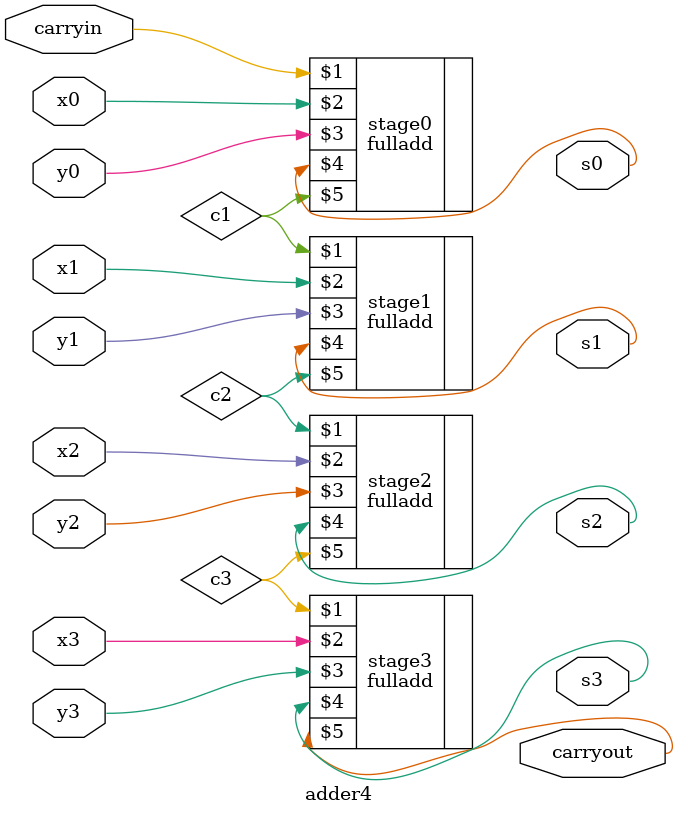
<source format=sv>
module adder4 (carryin, x3, x2, x1, x0,
 y3, y2, y1, y0,
 s3, s2, s1, s0, carryout);
 input carryin, x3, x2, x1, x0, y3, y2, y1, y0;
 output s3, s2, s1, s0, carryout;

 fulladd stage0 (carryin, x0, y0, s0, c1);
 fulladd stage1 (c1, x1, y1, s1, c2);
 fulladd stage2 (c2, x2, y2, s2, c3);
 fulladd stage3 (c3, x3, y3, s3, carryout);
 endmodule
</source>
